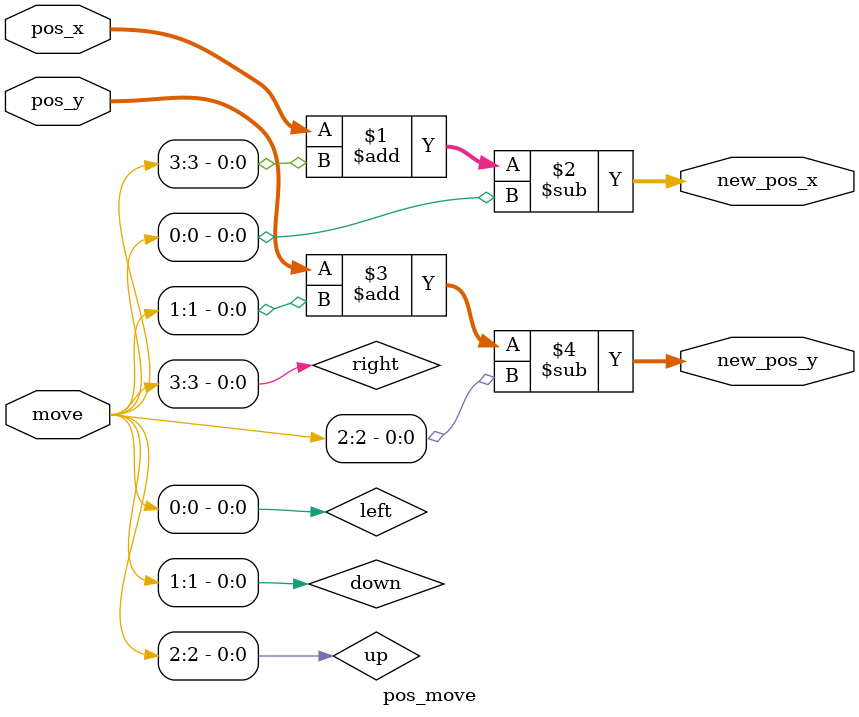
<source format=v>
module pos_move (
    input  wire [3:0] move,
    input  wire [3:0] pos_x,
    input  wire [3:0] pos_y,
    output wire [3:0] new_pos_x,
    output wire [3:0] new_pos_y
);
  wire right, up, down, left;
  assign {right, up, down, left} = move;

  assign new_pos_x = pos_x + right - left;
  assign new_pos_y = pos_y + down - up;

endmodule

</source>
